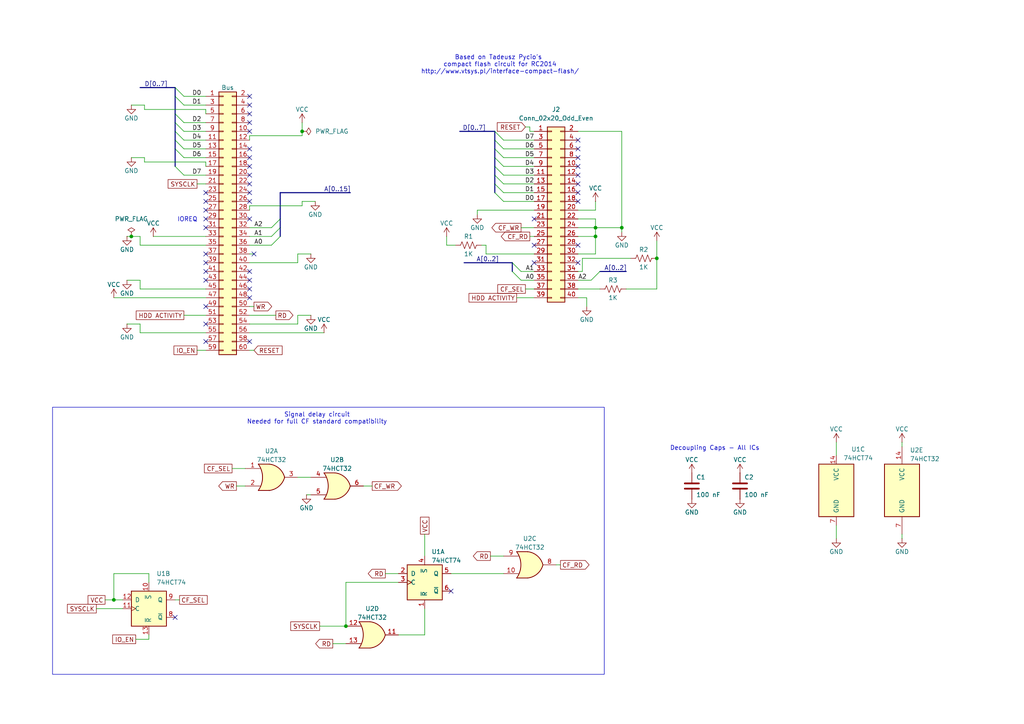
<source format=kicad_sch>
(kicad_sch (version 20231120) (generator "eeschema") (generator_version "8.0")
  (paper "A4")
  (title_block (title "Kludge IDE Card") (rev "1.0"))
  (lib_symbols
    (symbol "74xx:74HC74" (pin_names (offset 1.016))
      (property "Reference" "U" (at -7.62 8.89 0))
      (property "Value" "74HC74" (at -7.62 -8.89 0))
      (symbol "74HC74_1_0"
        (pin input line (at 0 -7.62 90) (length 2.54) (name "~{R}") (number "1"))
        (pin input line (at -7.62 2.54 0) (length 2.54) (name "D") (number "2"))
        (pin input clock (at -7.62 0 0) (length 2.54) (name "C") (number "3"))
        (pin input line (at 0 7.62 270) (length 2.54) (name "~{S}") (number "4"))
        (pin output line (at 7.62 2.54 180) (length 2.54) (name "Q") (number "5"))
        (pin output line (at 7.62 -2.54 180) (length 2.54) (name "~{Q}") (number "6"))
      )
      (symbol "74HC74_1_1"
        (rectangle (start -5.08 5.08) (end 5.08 -5.08) (stroke (width 0.254)) (fill (type background)))
      )
      (symbol "74HC74_2_0"
        (pin input line (at 0 7.62 270) (length 2.54) (name "~{S}") (number "10"))
        (pin input clock (at -7.62 0 0) (length 2.54) (name "C") (number "11"))
        (pin input line (at -7.62 2.54 0) (length 2.54) (name "D") (number "12"))
        (pin input line (at 0 -7.62 90) (length 2.54) (name "~{R}") (number "13"))
        (pin output line (at 7.62 -2.54 180) (length 2.54) (name "~{Q}") (number "8"))
        (pin output line (at 7.62 2.54 180) (length 2.54) (name "Q") (number "9"))
      )
      (symbol "74HC74_2_1"
        (rectangle (start -5.08 5.08) (end 5.08 -5.08) (stroke (width 0.254)) (fill (type background)))
      )
      (symbol "74HC74_3_0"
        (pin power_in line (at 0 10.16 270) (length 2.54) (name "VCC") (number "14"))
        (pin power_in line (at 0 -10.16 90) (length 2.54) (name "GND") (number "7"))
      )
      (symbol "74HC74_3_1"
        (rectangle (start -5.08 7.62) (end 5.08 -7.62) (stroke (width 0.254)) (fill (type background)))
      )
    )
    (symbol "74xx:74LS32" (pin_names (offset 1.016))
      (property "Reference" "U" (at 0 1.27 0))
      (property "Value" "74LS32" (at 0 -1.27 0))
      (symbol "74LS32_1_1"
        (arc (start -3.81 -3.81) (mid -2.589 0) (end -3.81 3.81) (stroke (width 0.254)))
        (arc (start -0.6096 -3.81) (mid 2.1842 -2.5851) (end 3.81 0) (stroke (width 0.254)) (fill (type background)))
        (polyline (pts (xy -3.81 -3.81) (xy -0.635 -3.81)) (stroke (width 0.254)) (fill (type background)))
        (polyline (pts (xy -3.81 3.81) (xy -0.635 3.81)) (stroke (width 0.254)) (fill (type background)))
        (polyline (pts (xy -0.635 3.81) (xy -3.81 3.81) (xy -3.81 3.81) (xy -3.556 3.4036) (xy -3.0226 2.2606) (xy -2.6924 1.0414) (xy -2.6162 -0.254) (xy -2.7686 -1.4986) (xy -3.175 -2.7178) (xy -3.81 -3.81) (xy -3.81 -3.81) (xy -0.635 -3.81)) (stroke (width -25.4)) (fill (type background)))
        (arc (start 3.81 0) (mid 2.1915 2.5936) (end -0.6096 3.81) (stroke (width 0.254)) (fill (type background)))
        (pin input line (at -7.62 2.54 0) (length 4.318) (name "~") (number "1"))
        (pin input line (at -7.62 -2.54 0) (length 4.318) (name "~") (number "2"))
        (pin output line (at 7.62 0 180) (length 3.81) (name "~") (number "3"))
      )
      (symbol "74LS32_1_2"
        (arc (start 0 -3.81) (mid 3.7934 0) (end 0 3.81) (stroke (width 0.254)) (fill (type background)))
        (polyline (pts (xy 0 3.81) (xy -3.81 3.81) (xy -3.81 -3.81) (xy 0 -3.81)) (stroke (width 0.254)) (fill (type background)))
        (pin input inverted (at -7.62 2.54 0) (length 3.81) (name "~") (number "1"))
        (pin input inverted (at -7.62 -2.54 0) (length 3.81) (name "~") (number "2"))
        (pin output inverted (at 7.62 0 180) (length 3.81) (name "~") (number "3"))
      )
      (symbol "74LS32_2_1"
        (arc (start -3.81 -3.81) (mid -2.589 0) (end -3.81 3.81) (stroke (width 0.254)))
        (arc (start -0.6096 -3.81) (mid 2.1842 -2.5851) (end 3.81 0) (stroke (width 0.254)) (fill (type background)))
        (polyline (pts (xy -3.81 -3.81) (xy -0.635 -3.81)) (stroke (width 0.254)) (fill (type background)))
        (polyline (pts (xy -3.81 3.81) (xy -0.635 3.81)) (stroke (width 0.254)) (fill (type background)))
        (polyline (pts (xy -0.635 3.81) (xy -3.81 3.81) (xy -3.81 3.81) (xy -3.556 3.4036) (xy -3.0226 2.2606) (xy -2.6924 1.0414) (xy -2.6162 -0.254) (xy -2.7686 -1.4986) (xy -3.175 -2.7178) (xy -3.81 -3.81) (xy -3.81 -3.81) (xy -0.635 -3.81)) (stroke (width -25.4)) (fill (type background)))
        (arc (start 3.81 0) (mid 2.1915 2.5936) (end -0.6096 3.81) (stroke (width 0.254)) (fill (type background)))
        (pin input line (at -7.62 2.54 0) (length 4.318) (name "~") (number "4"))
        (pin input line (at -7.62 -2.54 0) (length 4.318) (name "~") (number "5"))
        (pin output line (at 7.62 0 180) (length 3.81) (name "~") (number "6"))
      )
      (symbol "74LS32_2_2"
        (arc (start 0 -3.81) (mid 3.7934 0) (end 0 3.81) (stroke (width 0.254)) (fill (type background)))
        (polyline (pts (xy 0 3.81) (xy -3.81 3.81) (xy -3.81 -3.81) (xy 0 -3.81)) (stroke (width 0.254)) (fill (type background)))
        (pin input inverted (at -7.62 2.54 0) (length 3.81) (name "~") (number "4"))
        (pin input inverted (at -7.62 -2.54 0) (length 3.81) (name "~") (number "5"))
        (pin output inverted (at 7.62 0 180) (length 3.81) (name "~") (number "6"))
      )
      (symbol "74LS32_3_1"
        (arc (start -3.81 -3.81) (mid -2.589 0) (end -3.81 3.81) (stroke (width 0.254)))
        (arc (start -0.6096 -3.81) (mid 2.1842 -2.5851) (end 3.81 0) (stroke (width 0.254)) (fill (type background)))
        (polyline (pts (xy -3.81 -3.81) (xy -0.635 -3.81)) (stroke (width 0.254)) (fill (type background)))
        (polyline (pts (xy -3.81 3.81) (xy -0.635 3.81)) (stroke (width 0.254)) (fill (type background)))
        (polyline (pts (xy -0.635 3.81) (xy -3.81 3.81) (xy -3.81 3.81) (xy -3.556 3.4036) (xy -3.0226 2.2606) (xy -2.6924 1.0414) (xy -2.6162 -0.254) (xy -2.7686 -1.4986) (xy -3.175 -2.7178) (xy -3.81 -3.81) (xy -3.81 -3.81) (xy -0.635 -3.81)) (stroke (width -25.4)) (fill (type background)))
        (arc (start 3.81 0) (mid 2.1915 2.5936) (end -0.6096 3.81) (stroke (width 0.254)) (fill (type background)))
        (pin input line (at -7.62 -2.54 0) (length 4.318) (name "~") (number "10"))
        (pin output line (at 7.62 0 180) (length 3.81) (name "~") (number "8"))
        (pin input line (at -7.62 2.54 0) (length 4.318) (name "~") (number "9"))
      )
      (symbol "74LS32_3_2"
        (arc (start 0 -3.81) (mid 3.7934 0) (end 0 3.81) (stroke (width 0.254)) (fill (type background)))
        (polyline (pts (xy 0 3.81) (xy -3.81 3.81) (xy -3.81 -3.81) (xy 0 -3.81)) (stroke (width 0.254)) (fill (type background)))
        (pin input inverted (at -7.62 -2.54 0) (length 3.81) (name "~") (number "10"))
        (pin output inverted (at 7.62 0 180) (length 3.81) (name "~") (number "8"))
        (pin input inverted (at -7.62 2.54 0) (length 3.81) (name "~") (number "9"))
      )
      (symbol "74LS32_4_1"
        (arc (start -3.81 -3.81) (mid -2.589 0) (end -3.81 3.81) (stroke (width 0.254)))
        (arc (start -0.6096 -3.81) (mid 2.1842 -2.5851) (end 3.81 0) (stroke (width 0.254)) (fill (type background)))
        (polyline (pts (xy -3.81 -3.81) (xy -0.635 -3.81)) (stroke (width 0.254)) (fill (type background)))
        (polyline (pts (xy -3.81 3.81) (xy -0.635 3.81)) (stroke (width 0.254)) (fill (type background)))
        (polyline (pts (xy -0.635 3.81) (xy -3.81 3.81) (xy -3.81 3.81) (xy -3.556 3.4036) (xy -3.0226 2.2606) (xy -2.6924 1.0414) (xy -2.6162 -0.254) (xy -2.7686 -1.4986) (xy -3.175 -2.7178) (xy -3.81 -3.81) (xy -3.81 -3.81) (xy -0.635 -3.81)) (stroke (width -25.4)) (fill (type background)))
        (arc (start 3.81 0) (mid 2.1915 2.5936) (end -0.6096 3.81) (stroke (width 0.254)) (fill (type background)))
        (pin output line (at 7.62 0 180) (length 3.81) (name "~") (number "11"))
        (pin input line (at -7.62 2.54 0) (length 4.318) (name "~") (number "12"))
        (pin input line (at -7.62 -2.54 0) (length 4.318) (name "~") (number "13"))
      )
      (symbol "74LS32_4_2"
        (arc (start 0 -3.81) (mid 3.7934 0) (end 0 3.81) (stroke (width 0.254)) (fill (type background)))
        (polyline (pts (xy 0 3.81) (xy -3.81 3.81) (xy -3.81 -3.81) (xy 0 -3.81)) (stroke (width 0.254)) (fill (type background)))
        (pin output inverted (at 7.62 0 180) (length 3.81) (name "~") (number "11"))
        (pin input inverted (at -7.62 2.54 0) (length 3.81) (name "~") (number "12"))
        (pin input inverted (at -7.62 -2.54 0) (length 3.81) (name "~") (number "13"))
      )
      (symbol "74LS32_5_0"
        (pin power_in line (at 0 12.7 270) (length 5.08) (name "VCC") (number "14"))
        (pin power_in line (at 0 -12.7 90) (length 5.08) (name "GND") (number "7"))
      )
      (symbol "74LS32_5_1"
        (rectangle (start -5.08 7.62) (end 5.08 -7.62) (stroke (width 0.254)) (fill (type background)))
      )
    )
    (symbol "Connector_Generic:Conn_02x20_Odd_Even" (pin_names (offset 1.016) hide)
      (property "Reference" "J" (at 1.27 25.4 0))
      (property "Value" "Conn_02x20_Odd_Even" (at 1.27 -27.94 0))
      (symbol "Conn_02x20_Odd_Even_1_1"
        (rectangle (start -1.27 -25.273) (end 0 -25.527) (stroke (width 0.1524)))
        (rectangle (start -1.27 -22.733) (end 0 -22.987) (stroke (width 0.1524)))
        (rectangle (start -1.27 -20.193) (end 0 -20.447) (stroke (width 0.1524)))
        (rectangle (start -1.27 -17.653) (end 0 -17.907) (stroke (width 0.1524)))
        (rectangle (start -1.27 -15.113) (end 0 -15.367) (stroke (width 0.1524)))
        (rectangle (start -1.27 -12.573) (end 0 -12.827) (stroke (width 0.1524)))
        (rectangle (start -1.27 -10.033) (end 0 -10.287) (stroke (width 0.1524)))
        (rectangle (start -1.27 -7.493) (end 0 -7.747) (stroke (width 0.1524)))
        (rectangle (start -1.27 -4.953) (end 0 -5.207) (stroke (width 0.1524)))
        (rectangle (start -1.27 -2.413) (end 0 -2.667) (stroke (width 0.1524)))
        (rectangle (start -1.27 0.127) (end 0 -0.127) (stroke (width 0.1524)))
        (rectangle (start -1.27 2.667) (end 0 2.413) (stroke (width 0.1524)))
        (rectangle (start -1.27 5.207) (end 0 4.953) (stroke (width 0.1524)))
        (rectangle (start -1.27 7.747) (end 0 7.493) (stroke (width 0.1524)))
        (rectangle (start -1.27 10.287) (end 0 10.033) (stroke (width 0.1524)))
        (rectangle (start -1.27 12.827) (end 0 12.573) (stroke (width 0.1524)))
        (rectangle (start -1.27 15.367) (end 0 15.113) (stroke (width 0.1524)))
        (rectangle (start -1.27 17.907) (end 0 17.653) (stroke (width 0.1524)))
        (rectangle (start -1.27 20.447) (end 0 20.193) (stroke (width 0.1524)))
        (rectangle (start -1.27 22.987) (end 0 22.733) (stroke (width 0.1524)))
        (rectangle (start -1.27 24.13) (end 3.81 -26.67) (stroke (width 0.254)) (fill (type background)))
        (rectangle (start 3.81 -25.273) (end 2.54 -25.527) (stroke (width 0.1524)))
        (rectangle (start 3.81 -22.733) (end 2.54 -22.987) (stroke (width 0.1524)))
        (rectangle (start 3.81 -20.193) (end 2.54 -20.447) (stroke (width 0.1524)))
        (rectangle (start 3.81 -17.653) (end 2.54 -17.907) (stroke (width 0.1524)))
        (rectangle (start 3.81 -15.113) (end 2.54 -15.367) (stroke (width 0.1524)))
        (rectangle (start 3.81 -12.573) (end 2.54 -12.827) (stroke (width 0.1524)))
        (rectangle (start 3.81 -10.033) (end 2.54 -10.287) (stroke (width 0.1524)))
        (rectangle (start 3.81 -7.493) (end 2.54 -7.747) (stroke (width 0.1524)))
        (rectangle (start 3.81 -4.953) (end 2.54 -5.207) (stroke (width 0.1524)))
        (rectangle (start 3.81 -2.413) (end 2.54 -2.667) (stroke (width 0.1524)))
        (rectangle (start 3.81 0.127) (end 2.54 -0.127) (stroke (width 0.1524)))
        (rectangle (start 3.81 2.667) (end 2.54 2.413) (stroke (width 0.1524)))
        (rectangle (start 3.81 5.207) (end 2.54 4.953) (stroke (width 0.1524)))
        (rectangle (start 3.81 7.747) (end 2.54 7.493) (stroke (width 0.1524)))
        (rectangle (start 3.81 10.287) (end 2.54 10.033) (stroke (width 0.1524)))
        (rectangle (start 3.81 12.827) (end 2.54 12.573) (stroke (width 0.1524)))
        (rectangle (start 3.81 15.367) (end 2.54 15.113) (stroke (width 0.1524)))
        (rectangle (start 3.81 17.907) (end 2.54 17.653) (stroke (width 0.1524)))
        (rectangle (start 3.81 20.447) (end 2.54 20.193) (stroke (width 0.1524)))
        (rectangle (start 3.81 22.987) (end 2.54 22.733) (stroke (width 0.1524)))
        (pin passive line (at -5.08 22.86 0) (length 3.81) (name "Pin_1") (number "1"))
        (pin passive line (at 7.62 12.7 180) (length 3.81) (name "Pin_10") (number "10"))
        (pin passive line (at -5.08 10.16 0) (length 3.81) (name "Pin_11") (number "11"))
        (pin passive line (at 7.62 10.16 180) (length 3.81) (name "Pin_12") (number "12"))
        (pin passive line (at -5.08 7.62 0) (length 3.81) (name "Pin_13") (number "13"))
        (pin passive line (at 7.62 7.62 180) (length 3.81) (name "Pin_14") (number "14"))
        (pin passive line (at -5.08 5.08 0) (length 3.81) (name "Pin_15") (number "15"))
        (pin passive line (at 7.62 5.08 180) (length 3.81) (name "Pin_16") (number "16"))
        (pin passive line (at -5.08 2.54 0) (length 3.81) (name "Pin_17") (number "17"))
        (pin passive line (at 7.62 2.54 180) (length 3.81) (name "Pin_18") (number "18"))
        (pin passive line (at -5.08 0 0) (length 3.81) (name "Pin_19") (number "19"))
        (pin passive line (at 7.62 22.86 180) (length 3.81) (name "Pin_2") (number "2"))
        (pin passive line (at 7.62 0 180) (length 3.81) (name "Pin_20") (number "20"))
        (pin passive line (at -5.08 -2.54 0) (length 3.81) (name "Pin_21") (number "21"))
        (pin passive line (at 7.62 -2.54 180) (length 3.81) (name "Pin_22") (number "22"))
        (pin passive line (at -5.08 -5.08 0) (length 3.81) (name "Pin_23") (number "23"))
        (pin passive line (at 7.62 -5.08 180) (length 3.81) (name "Pin_24") (number "24"))
        (pin passive line (at -5.08 -7.62 0) (length 3.81) (name "Pin_25") (number "25"))
        (pin passive line (at 7.62 -7.62 180) (length 3.81) (name "Pin_26") (number "26"))
        (pin passive line (at -5.08 -10.16 0) (length 3.81) (name "Pin_27") (number "27"))
        (pin passive line (at 7.62 -10.16 180) (length 3.81) (name "Pin_28") (number "28"))
        (pin passive line (at -5.08 -12.7 0) (length 3.81) (name "Pin_29") (number "29"))
        (pin passive line (at -5.08 20.32 0) (length 3.81) (name "Pin_3") (number "3"))
        (pin passive line (at 7.62 -12.7 180) (length 3.81) (name "Pin_30") (number "30"))
        (pin passive line (at -5.08 -15.24 0) (length 3.81) (name "Pin_31") (number "31"))
        (pin passive line (at 7.62 -15.24 180) (length 3.81) (name "Pin_32") (number "32"))
        (pin passive line (at -5.08 -17.78 0) (length 3.81) (name "Pin_33") (number "33"))
        (pin passive line (at 7.62 -17.78 180) (length 3.81) (name "Pin_34") (number "34"))
        (pin passive line (at -5.08 -20.32 0) (length 3.81) (name "Pin_35") (number "35"))
        (pin passive line (at 7.62 -20.32 180) (length 3.81) (name "Pin_36") (number "36"))
        (pin passive line (at -5.08 -22.86 0) (length 3.81) (name "Pin_37") (number "37"))
        (pin passive line (at 7.62 -22.86 180) (length 3.81) (name "Pin_38") (number "38"))
        (pin passive line (at -5.08 -25.4 0) (length 3.81) (name "Pin_39") (number "39"))
        (pin passive line (at 7.62 20.32 180) (length 3.81) (name "Pin_4") (number "4"))
        (pin passive line (at 7.62 -25.4 180) (length 3.81) (name "Pin_40") (number "40"))
        (pin passive line (at -5.08 17.78 0) (length 3.81) (name "Pin_5") (number "5"))
        (pin passive line (at 7.62 17.78 180) (length 3.81) (name "Pin_6") (number "6"))
        (pin passive line (at -5.08 15.24 0) (length 3.81) (name "Pin_7") (number "7"))
        (pin passive line (at 7.62 15.24 180) (length 3.81) (name "Pin_8") (number "8"))
        (pin passive line (at -5.08 12.7 0) (length 3.81) (name "Pin_9") (number "9"))
      )
    )
    (symbol "Connector_Generic:Conn_02x30_Odd_Even" (pin_names (offset 1.016) hide)
      (property "Reference" "J" (at 1.27 38.1 0))
      (property "Value" "Conn_02x30_Odd_Even" (at 1.27 -40.64 0))
      (symbol "Conn_02x30_Odd_Even_1_1"
        (rectangle (start -1.27 -37.973) (end 0 -38.227) (stroke (width 0.1524)))
        (rectangle (start -1.27 -35.433) (end 0 -35.687) (stroke (width 0.1524)))
        (rectangle (start -1.27 -32.893) (end 0 -33.147) (stroke (width 0.1524)))
        (rectangle (start -1.27 -30.353) (end 0 -30.607) (stroke (width 0.1524)))
        (rectangle (start -1.27 -27.813) (end 0 -28.067) (stroke (width 0.1524)))
        (rectangle (start -1.27 -25.273) (end 0 -25.527) (stroke (width 0.1524)))
        (rectangle (start -1.27 -22.733) (end 0 -22.987) (stroke (width 0.1524)))
        (rectangle (start -1.27 -20.193) (end 0 -20.447) (stroke (width 0.1524)))
        (rectangle (start -1.27 -17.653) (end 0 -17.907) (stroke (width 0.1524)))
        (rectangle (start -1.27 -15.113) (end 0 -15.367) (stroke (width 0.1524)))
        (rectangle (start -1.27 -12.573) (end 0 -12.827) (stroke (width 0.1524)))
        (rectangle (start -1.27 -10.033) (end 0 -10.287) (stroke (width 0.1524)))
        (rectangle (start -1.27 -7.493) (end 0 -7.747) (stroke (width 0.1524)))
        (rectangle (start -1.27 -4.953) (end 0 -5.207) (stroke (width 0.1524)))
        (rectangle (start -1.27 -2.413) (end 0 -2.667) (stroke (width 0.1524)))
        (rectangle (start -1.27 0.127) (end 0 -0.127) (stroke (width 0.1524)))
        (rectangle (start -1.27 2.667) (end 0 2.413) (stroke (width 0.1524)))
        (rectangle (start -1.27 5.207) (end 0 4.953) (stroke (width 0.1524)))
        (rectangle (start -1.27 7.747) (end 0 7.493) (stroke (width 0.1524)))
        (rectangle (start -1.27 10.287) (end 0 10.033) (stroke (width 0.1524)))
        (rectangle (start -1.27 12.827) (end 0 12.573) (stroke (width 0.1524)))
        (rectangle (start -1.27 15.367) (end 0 15.113) (stroke (width 0.1524)))
        (rectangle (start -1.27 17.907) (end 0 17.653) (stroke (width 0.1524)))
        (rectangle (start -1.27 20.447) (end 0 20.193) (stroke (width 0.1524)))
        (rectangle (start -1.27 22.987) (end 0 22.733) (stroke (width 0.1524)))
        (rectangle (start -1.27 25.527) (end 0 25.273) (stroke (width 0.1524)))
        (rectangle (start -1.27 28.067) (end 0 27.813) (stroke (width 0.1524)))
        (rectangle (start -1.27 30.607) (end 0 30.353) (stroke (width 0.1524)))
        (rectangle (start -1.27 33.147) (end 0 32.893) (stroke (width 0.1524)))
        (rectangle (start -1.27 35.687) (end 0 35.433) (stroke (width 0.1524)))
        (rectangle (start -1.27 36.83) (end 3.81 -39.37) (stroke (width 0.254)) (fill (type background)))
        (rectangle (start 3.81 -37.973) (end 2.54 -38.227) (stroke (width 0.1524)))
        (rectangle (start 3.81 -35.433) (end 2.54 -35.687) (stroke (width 0.1524)))
        (rectangle (start 3.81 -32.893) (end 2.54 -33.147) (stroke (width 0.1524)))
        (rectangle (start 3.81 -30.353) (end 2.54 -30.607) (stroke (width 0.1524)))
        (rectangle (start 3.81 -27.813) (end 2.54 -28.067) (stroke (width 0.1524)))
        (rectangle (start 3.81 -25.273) (end 2.54 -25.527) (stroke (width 0.1524)))
        (rectangle (start 3.81 -22.733) (end 2.54 -22.987) (stroke (width 0.1524)))
        (rectangle (start 3.81 -20.193) (end 2.54 -20.447) (stroke (width 0.1524)))
        (rectangle (start 3.81 -17.653) (end 2.54 -17.907) (stroke (width 0.1524)))
        (rectangle (start 3.81 -15.113) (end 2.54 -15.367) (stroke (width 0.1524)))
        (rectangle (start 3.81 -12.573) (end 2.54 -12.827) (stroke (width 0.1524)))
        (rectangle (start 3.81 -10.033) (end 2.54 -10.287) (stroke (width 0.1524)))
        (rectangle (start 3.81 -7.493) (end 2.54 -7.747) (stroke (width 0.1524)))
        (rectangle (start 3.81 -4.953) (end 2.54 -5.207) (stroke (width 0.1524)))
        (rectangle (start 3.81 -2.413) (end 2.54 -2.667) (stroke (width 0.1524)))
        (rectangle (start 3.81 0.127) (end 2.54 -0.127) (stroke (width 0.1524)))
        (rectangle (start 3.81 2.667) (end 2.54 2.413) (stroke (width 0.1524)))
        (rectangle (start 3.81 5.207) (end 2.54 4.953) (stroke (width 0.1524)))
        (rectangle (start 3.81 7.747) (end 2.54 7.493) (stroke (width 0.1524)))
        (rectangle (start 3.81 10.287) (end 2.54 10.033) (stroke (width 0.1524)))
        (rectangle (start 3.81 12.827) (end 2.54 12.573) (stroke (width 0.1524)))
        (rectangle (start 3.81 15.367) (end 2.54 15.113) (stroke (width 0.1524)))
        (rectangle (start 3.81 17.907) (end 2.54 17.653) (stroke (width 0.1524)))
        (rectangle (start 3.81 20.447) (end 2.54 20.193) (stroke (width 0.1524)))
        (rectangle (start 3.81 22.987) (end 2.54 22.733) (stroke (width 0.1524)))
        (rectangle (start 3.81 25.527) (end 2.54 25.273) (stroke (width 0.1524)))
        (rectangle (start 3.81 28.067) (end 2.54 27.813) (stroke (width 0.1524)))
        (rectangle (start 3.81 30.607) (end 2.54 30.353) (stroke (width 0.1524)))
        (rectangle (start 3.81 33.147) (end 2.54 32.893) (stroke (width 0.1524)))
        (rectangle (start 3.81 35.687) (end 2.54 35.433) (stroke (width 0.1524)))
        (pin passive line (at -5.08 35.56 0) (length 3.81) (name "Pin_1") (number "1"))
        (pin passive line (at 7.62 25.4 180) (length 3.81) (name "Pin_10") (number "10"))
        (pin passive line (at -5.08 22.86 0) (length 3.81) (name "Pin_11") (number "11"))
        (pin passive line (at 7.62 22.86 180) (length 3.81) (name "Pin_12") (number "12"))
        (pin passive line (at -5.08 20.32 0) (length 3.81) (name "Pin_13") (number "13"))
        (pin passive line (at 7.62 20.32 180) (length 3.81) (name "Pin_14") (number "14"))
        (pin passive line (at -5.08 17.78 0) (length 3.81) (name "Pin_15") (number "15"))
        (pin passive line (at 7.62 17.78 180) (length 3.81) (name "Pin_16") (number "16"))
        (pin passive line (at -5.08 15.24 0) (length 3.81) (name "Pin_17") (number "17"))
        (pin passive line (at 7.62 15.24 180) (length 3.81) (name "Pin_18") (number "18"))
        (pin passive line (at -5.08 12.7 0) (length 3.81) (name "Pin_19") (number "19"))
        (pin passive line (at 7.62 35.56 180) (length 3.81) (name "Pin_2") (number "2"))
        (pin passive line (at 7.62 12.7 180) (length 3.81) (name "Pin_20") (number "20"))
        (pin passive line (at -5.08 10.16 0) (length 3.81) (name "Pin_21") (number "21"))
        (pin passive line (at 7.62 10.16 180) (length 3.81) (name "Pin_22") (number "22"))
        (pin passive line (at -5.08 7.62 0) (length 3.81) (name "Pin_23") (number "23"))
        (pin passive line (at 7.62 7.62 180) (length 3.81) (name "Pin_24") (number "24"))
        (pin passive line (at -5.08 5.08 0) (length 3.81) (name "Pin_25") (number "25"))
        (pin passive line (at 7.62 5.08 180) (length 3.81) (name "Pin_26") (number "26"))
        (pin passive line (at -5.08 2.54 0) (length 3.81) (name "Pin_27") (number "27"))
        (pin passive line (at 7.62 2.54 180) (length 3.81) (name "Pin_28") (number "28"))
        (pin passive line (at -5.08 0 0) (length 3.81) (name "Pin_29") (number "29"))
        (pin passive line (at -5.08 33.02 0) (length 3.81) (name "Pin_3") (number "3"))
        (pin passive line (at 7.62 0 180) (length 3.81) (name "Pin_30") (number "30"))
        (pin passive line (at -5.08 -2.54 0) (length 3.81) (name "Pin_31") (number "31"))
        (pin passive line (at 7.62 -2.54 180) (length 3.81) (name "Pin_32") (number "32"))
        (pin passive line (at -5.08 -5.08 0) (length 3.81) (name "Pin_33") (number "33"))
        (pin passive line (at 7.62 -5.08 180) (length 3.81) (name "Pin_34") (number "34"))
        (pin passive line (at -5.08 -7.62 0) (length 3.81) (name "Pin_35") (number "35"))
        (pin passive line (at 7.62 -7.62 180) (length 3.81) (name "Pin_36") (number "36"))
        (pin passive line (at -5.08 -10.16 0) (length 3.81) (name "Pin_37") (number "37"))
        (pin passive line (at 7.62 -10.16 180) (length 3.81) (name "Pin_38") (number "38"))
        (pin passive line (at -5.08 -12.7 0) (length 3.81) (name "Pin_39") (number "39"))
        (pin passive line (at 7.62 33.02 180) (length 3.81) (name "Pin_4") (number "4"))
        (pin passive line (at 7.62 -12.7 180) (length 3.81) (name "Pin_40") (number "40"))
        (pin passive line (at -5.08 -15.24 0) (length 3.81) (name "Pin_41") (number "41"))
        (pin passive line (at 7.62 -15.24 180) (length 3.81) (name "Pin_42") (number "42"))
        (pin passive line (at -5.08 -17.78 0) (length 3.81) (name "Pin_43") (number "43"))
        (pin passive line (at 7.62 -17.78 180) (length 3.81) (name "Pin_44") (number "44"))
        (pin passive line (at -5.08 -20.32 0) (length 3.81) (name "Pin_45") (number "45"))
        (pin passive line (at 7.62 -20.32 180) (length 3.81) (name "Pin_46") (number "46"))
        (pin passive line (at -5.08 -22.86 0) (length 3.81) (name "Pin_47") (number "47"))
        (pin passive line (at 7.62 -22.86 180) (length 3.81) (name "Pin_48") (number "48"))
        (pin passive line (at -5.08 -25.4 0) (length 3.81) (name "Pin_49") (number "49"))
        (pin passive line (at -5.08 30.48 0) (length 3.81) (name "Pin_5") (number "5"))
        (pin passive line (at 7.62 -25.4 180) (length 3.81) (name "Pin_50") (number "50"))
        (pin passive line (at -5.08 -27.94 0) (length 3.81) (name "Pin_51") (number "51"))
        (pin passive line (at 7.62 -27.94 180) (length 3.81) (name "Pin_52") (number "52"))
        (pin passive line (at -5.08 -30.48 0) (length 3.81) (name "Pin_53") (number "53"))
        (pin passive line (at 7.62 -30.48 180) (length 3.81) (name "Pin_54") (number "54"))
        (pin passive line (at -5.08 -33.02 0) (length 3.81) (name "Pin_55") (number "55"))
        (pin passive line (at 7.62 -33.02 180) (length 3.81) (name "Pin_56") (number "56"))
        (pin passive line (at -5.08 -35.56 0) (length 3.81) (name "Pin_57") (number "57"))
        (pin passive line (at 7.62 -35.56 180) (length 3.81) (name "Pin_58") (number "58"))
        (pin passive line (at -5.08 -38.1 0) (length 3.81) (name "Pin_59") (number "59"))
        (pin passive line (at 7.62 30.48 180) (length 3.81) (name "Pin_6") (number "6"))
        (pin passive line (at 7.62 -38.1 180) (length 3.81) (name "Pin_60") (number "60"))
        (pin passive line (at -5.08 27.94 0) (length 3.81) (name "Pin_7") (number "7"))
        (pin passive line (at 7.62 27.94 180) (length 3.81) (name "Pin_8") (number "8"))
        (pin passive line (at -5.08 25.4 0) (length 3.81) (name "Pin_9") (number "9"))
      )
    )
    (symbol "Device:C" (pin_numbers hide) (pin_names (offset 0.254))
      (property "Reference" "C" (at 0.635 2.54 0))
      (property "Value" "C" (at 0.635 -2.54 0))
      (symbol "C_0_1"
        (polyline (pts (xy -2.032 -0.762) (xy 2.032 -0.762)) (stroke (width 0.508)))
        (polyline (pts (xy -2.032 0.762) (xy 2.032 0.762)) (stroke (width 0.508)))
      )
      (symbol "C_1_1"
        (pin passive line (at 0 3.81 270) (length 2.794) (name "~") (number "1"))
        (pin passive line (at 0 -3.81 90) (length 2.794) (name "~") (number "2"))
      )
    )
    (symbol "Device:R_US" (pin_numbers hide) (pin_names (offset 0))
      (property "Reference" "R" (at 2.54 0 90))
      (property "Value" "R_US" (at -2.54 0 90))
      (symbol "R_US_0_1"
        (polyline (pts (xy 0 -2.286) (xy 0 -2.54)))
        (polyline (pts (xy 0 2.286) (xy 0 2.54)))
        (polyline (pts (xy 0 -0.762) (xy 1.016 -1.143) (xy 0 -1.524) (xy -1.016 -1.905) (xy 0 -2.286)))
        (polyline (pts (xy 0 0.762) (xy 1.016 0.381) (xy 0 0) (xy -1.016 -0.381) (xy 0 -0.762)))
        (polyline (pts (xy 0 2.286) (xy 1.016 1.905) (xy 0 1.524) (xy -1.016 1.143) (xy 0 0.762)))
      )
      (symbol "R_US_1_1"
        (pin passive line (at 0 3.81 270) (length 1.27) (name "~") (number "1"))
        (pin passive line (at 0 -3.81 90) (length 1.27) (name "~") (number "2"))
      )
    )
    (symbol "GND_7" (power) (pin_numbers hide) (pin_names (offset 0) hide)
      (property "Value" "GND" (at 0 -3.81 0))
      (symbol "GND_7_0_1"
        (polyline (pts (xy 0 0) (xy 0 -1.27) (xy 1.27 -1.27) (xy 0 -2.54) (xy -1.27 -1.27) (xy 0 -1.27)))
      )
      (symbol "GND_7_1_1"
        (pin power_in line (at 0 0 270) (length 0) (name "~") (number "1"))
      )
    )
    (symbol "VCC_7" (power) (pin_numbers hide) (pin_names (offset 0) hide)
      (property "Value" "VCC" (at 0 3.556 0))
      (symbol "VCC_7_0_1"
        (polyline (pts (xy -0.762 1.27) (xy 0 2.54)))
        (polyline (pts (xy 0 0) (xy 0 2.54)))
        (polyline (pts (xy 0 2.54) (xy 0.762 1.27)))
      )
      (symbol "VCC_7_1_1"
        (pin power_in line (at 0 0 90) (length 0) (name "~") (number "1"))
      )
    )
    (symbol "power:GND" (power) (pin_numbers hide) (pin_names (offset 0) hide)
      (property "Value" "GND" (at 0 -3.81 0))
      (symbol "GND_0_1"
        (polyline (pts (xy 0 0) (xy 0 -1.27) (xy 1.27 -1.27) (xy 0 -2.54) (xy -1.27 -1.27) (xy 0 -1.27)))
      )
      (symbol "GND_1_1"
        (pin power_in line (at 0 0 270) (length 0) (name "~") (number "1"))
      )
    )
    (symbol "power:PWR_FLAG" (power) (pin_numbers hide) (pin_names (offset 0) hide)
      (property "Value" "PWR_FLAG" (at 0 3.81 0))
      (symbol "PWR_FLAG_0_0"
        (pin power_out line (at 0 0 90) (length 0) (name "~") (number "1"))
      )
      (symbol "PWR_FLAG_0_1"
        (polyline (pts (xy 0 0) (xy 0 1.27) (xy -1.016 1.905) (xy 0 2.54) (xy 1.016 1.905) (xy 0 1.27)))
      )
    )
    (symbol "power:VCC" (power) (pin_numbers hide) (pin_names (offset 0) hide)
      (property "Value" "VCC" (at 0 3.556 0))
      (symbol "VCC_0_1"
        (polyline (pts (xy -0.762 1.27) (xy 0 2.54)))
        (polyline (pts (xy 0 0) (xy 0 2.54)))
        (polyline (pts (xy 0 2.54) (xy 0.762 1.27)))
      )
      (symbol "VCC_1_1"
        (pin power_in line (at 0 0 90) (length 0) (name "~") (number "1"))
      )
    )
  )
  (junction (at 33.02 173.99))
  (junction (at 172.72 66.04))
  (junction (at 87.63 38.1))
  (junction (at 100.33 181.61))
  (junction (at 172.72 68.58))
  (junction (at 38.1 68.58))
  (junction (at 180.34 66.04))
  (junction (at 190.5 74.93))
  (no_connect (at 59.69 60.96))
  (no_connect (at 59.69 55.88))
  (no_connect (at 167.64 76.2))
  (no_connect (at 73.66 73.66))
  (no_connect (at 167.64 40.64))
  (no_connect (at 59.69 99.06))
  (no_connect (at 167.64 50.8))
  (no_connect (at 59.69 81.28))
  (no_connect (at 72.39 53.34))
  (no_connect (at 130.81 171.45))
  (no_connect (at 59.69 93.98))
  (no_connect (at 72.39 78.74))
  (no_connect (at 72.39 99.06))
  (no_connect (at 167.64 43.18))
  (no_connect (at 72.39 83.82))
  (no_connect (at 72.39 27.94))
  (no_connect (at 59.69 78.74))
  (no_connect (at 154.94 71.12))
  (no_connect (at 72.39 45.72))
  (no_connect (at 59.69 58.42))
  (no_connect (at 167.64 58.42))
  (no_connect (at 72.39 35.56))
  (no_connect (at 59.69 66.04))
  (no_connect (at 50.8 179.07))
  (no_connect (at 72.39 48.26))
  (no_connect (at 59.69 88.9))
  (no_connect (at 72.39 86.36))
  (no_connect (at 167.64 48.26))
  (no_connect (at 72.39 50.8))
  (no_connect (at 167.64 71.12))
  (no_connect (at 72.39 38.1))
  (no_connect (at 167.64 45.72))
  (no_connect (at 72.39 55.88))
  (no_connect (at 72.39 43.18))
  (no_connect (at 72.39 30.48))
  (no_connect (at 59.69 63.5))
  (no_connect (at 167.64 53.34))
  (no_connect (at 72.39 63.5))
  (no_connect (at 59.69 76.2))
  (no_connect (at 154.94 63.5))
  (no_connect (at 72.39 33.02))
  (no_connect (at 72.39 58.42))
  (no_connect (at 72.39 81.28))
  (no_connect (at 167.64 55.88))
  (no_connect (at 59.69 73.66))
  (no_connect (at 154.94 76.2))
  (bus_entry (at 151.13 81.28) (size -2.54 -2.54))
  (bus_entry (at 50.8 27.94) (size 2.54 2.54))
  (bus_entry (at 78.74 71.12) (size 2.54 -2.54))
  (bus_entry (at 50.8 25.4) (size 2.54 2.54))
  (bus_entry (at 50.8 33.02) (size 2.54 2.54))
  (bus_entry (at 50.8 43.18) (size 2.54 2.54))
  (bus_entry (at 50.8 48.26) (size 2.54 2.54))
  (bus_entry (at 78.74 68.58) (size 2.54 -2.54))
  (bus_entry (at 143.51 45.72) (size 2.54 2.54))
  (bus_entry (at 50.8 38.1) (size 2.54 2.54))
  (bus_entry (at 143.51 55.88) (size 2.54 2.54))
  (bus_entry (at 50.8 40.64) (size 2.54 2.54))
  (bus_entry (at 143.51 48.26) (size 2.54 2.54))
  (bus_entry (at 143.51 38.1) (size 2.54 2.54))
  (bus_entry (at 143.51 53.34) (size 2.54 2.54))
  (bus_entry (at 143.51 43.18) (size 2.54 2.54))
  (bus_entry (at 50.8 35.56) (size 2.54 2.54))
  (bus_entry (at 171.45 81.28) (size 2.54 -2.54))
  (bus_entry (at 143.51 50.8) (size 2.54 2.54))
  (bus_entry (at 78.74 66.04) (size 2.54 -2.54))
  (bus_entry (at 143.51 40.64) (size 2.54 2.54))
  (bus_entry (at 151.13 78.74) (size -2.54 -2.54))
  (wire (pts (xy 170.18 86.36) (xy 170.18 88.9)))
  (wire (pts (xy 33.02 86.36) (xy 59.69 86.36)))
  (wire (pts (xy 100.33 168.91) (xy 115.57 168.91)))
  (wire (pts (xy 167.64 63.5) (xy 172.72 63.5)))
  (wire (pts (xy 180.34 38.1) (xy 180.34 66.04)))
  (wire (pts (xy 72.39 101.6) (xy 73.66 101.6)))
  (wire (pts (xy 35.56 173.99) (xy 33.02 173.99)))
  (wire (pts (xy 59.69 33.02) (xy 59.69 31.75)))
  (wire (pts (xy 78.74 66.04) (xy 72.39 66.04)))
  (wire (pts (xy 168.91 74.93) (xy 168.91 78.74)))
  (wire (pts (xy 154.94 43.18) (xy 146.05 43.18)))
  (wire (pts (xy 52.07 173.99) (xy 50.8 173.99)))
  (wire (pts (xy 149.86 86.36) (xy 154.94 86.36)))
  (wire (pts (xy 72.39 91.44) (xy 80.01 91.44)))
  (wire (pts (xy 78.74 68.58) (xy 72.39 68.58)))
  (wire (pts (xy 72.39 40.64) (xy 72.39 39.37)))
  (wire (pts (xy 153.67 68.58) (xy 154.94 68.58)))
  (wire (pts (xy 172.72 73.66) (xy 172.72 68.58)))
  (wire (pts (xy 41.91 30.48) (xy 38.1 30.48)))
  (wire (pts (xy 59.69 50.8) (xy 53.34 50.8)))
  (wire (pts (xy 72.39 76.2) (xy 86.36 76.2)))
  (bus (pts (xy 143.51 45.72) (xy 143.51 43.18)))
  (wire (pts (xy 67.31 135.89) (xy 71.12 135.89)))
  (wire (pts (xy 154.94 78.74) (xy 151.13 78.74)))
  (bus (pts (xy 50.8 40.64) (xy 50.8 43.18)))
  (wire (pts (xy 72.39 93.98) (xy 86.36 93.98)))
  (wire (pts (xy 43.18 185.42) (xy 43.18 184.15)))
  (bus (pts (xy 173.99 78.74) (xy 181.61 78.74)))
  (wire (pts (xy 123.19 154.94) (xy 123.19 161.29)))
  (bus (pts (xy 143.51 43.18) (xy 143.51 40.64)))
  (wire (pts (xy 172.72 63.5) (xy 172.72 66.04)))
  (wire (pts (xy 72.39 96.52) (xy 93.98 96.52)))
  (wire (pts (xy 59.69 40.64) (xy 53.34 40.64)))
  (wire (pts (xy 59.69 45.72) (xy 53.34 45.72)))
  (wire (pts (xy 59.69 35.56) (xy 53.34 35.56)))
  (wire (pts (xy 40.64 96.52) (xy 40.64 93.98)))
  (wire (pts (xy 59.69 31.75) (xy 41.91 31.75)))
  (wire (pts (xy 152.4 83.82) (xy 154.94 83.82)))
  (wire (pts (xy 130.81 166.37) (xy 146.05 166.37)))
  (wire (pts (xy 153.67 36.83) (xy 153.67 38.1)))
  (wire (pts (xy 92.71 181.61) (xy 100.33 181.61)))
  (wire (pts (xy 261.62 128.27) (xy 261.62 129.54)))
  (wire (pts (xy 151.13 66.04) (xy 154.94 66.04)))
  (wire (pts (xy 180.34 66.04) (xy 180.34 67.31)))
  (wire (pts (xy 242.57 128.27) (xy 242.57 132.08)))
  (wire (pts (xy 167.64 81.28) (xy 171.45 81.28)))
  (wire (pts (xy 172.72 68.58) (xy 172.72 66.04)))
  (wire (pts (xy 167.64 78.74) (xy 168.91 78.74)))
  (wire (pts (xy 40.64 68.58) (xy 38.1 68.58)))
  (wire (pts (xy 172.72 60.96) (xy 172.72 58.42)))
  (wire (pts (xy 41.91 45.72) (xy 38.1 45.72)))
  (wire (pts (xy 41.91 46.99) (xy 41.91 45.72)))
  (wire (pts (xy 154.94 48.26) (xy 146.05 48.26)))
  (wire (pts (xy 72.39 39.37) (xy 87.63 39.37)))
  (bus (pts (xy 50.8 25.4) (xy 50.8 27.94)))
  (bus (pts (xy 81.28 55.88) (xy 81.28 63.5)))
  (wire (pts (xy 59.69 48.26) (xy 59.69 46.99)))
  (wire (pts (xy 167.64 68.58) (xy 172.72 68.58)))
  (wire (pts (xy 59.69 43.18) (xy 53.34 43.18)))
  (wire (pts (xy 40.64 96.52) (xy 59.69 96.52)))
  (wire (pts (xy 167.64 73.66) (xy 172.72 73.66)))
  (wire (pts (xy 242.57 152.4) (xy 242.57 156.21)))
  (wire (pts (xy 40.64 81.28) (xy 36.83 81.28)))
  (wire (pts (xy 154.94 40.64) (xy 146.05 40.64)))
  (wire (pts (xy 100.33 181.61) (xy 100.33 168.91)))
  (wire (pts (xy 100.33 186.69) (xy 96.52 186.69)))
  (wire (pts (xy 71.12 140.97) (xy 68.58 140.97)))
  (wire (pts (xy 146.05 161.29) (xy 142.24 161.29)))
  (bus (pts (xy 143.51 53.34) (xy 143.51 55.88)))
  (wire (pts (xy 140.97 73.66) (xy 154.94 73.66)))
  (wire (pts (xy 40.64 71.12) (xy 40.64 68.58)))
  (wire (pts (xy 53.34 91.44) (xy 59.69 91.44)))
  (wire (pts (xy 138.43 60.96) (xy 154.94 60.96)))
  (wire (pts (xy 57.15 101.6) (xy 59.69 101.6)))
  (wire (pts (xy 73.66 88.9) (xy 72.39 88.9)))
  (wire (pts (xy 261.62 154.94) (xy 261.62 156.21)))
  (wire (pts (xy 139.7 71.12) (xy 140.97 71.12)))
  (wire (pts (xy 72.39 73.66) (xy 73.66 73.66)))
  (wire (pts (xy 87.63 38.1) (xy 87.63 35.56)))
  (wire (pts (xy 167.64 66.04) (xy 172.72 66.04)))
  (wire (pts (xy 129.54 71.12) (xy 132.08 71.12)))
  (wire (pts (xy 78.74 71.12) (xy 72.39 71.12)))
  (wire (pts (xy 86.36 138.43) (xy 90.17 138.43)))
  (wire (pts (xy 38.1 68.58) (xy 36.83 68.58)))
  (wire (pts (xy 154.94 58.42) (xy 146.05 58.42)))
  (bus (pts (xy 81.28 66.04) (xy 81.28 63.5)))
  (wire (pts (xy 167.64 86.36) (xy 170.18 86.36)))
  (wire (pts (xy 167.64 38.1) (xy 180.34 38.1)))
  (bus (pts (xy 143.51 48.26) (xy 143.51 45.72)))
  (wire (pts (xy 153.67 38.1) (xy 154.94 38.1)))
  (bus (pts (xy 50.8 33.02) (xy 50.8 35.56)))
  (bus (pts (xy 50.8 43.18) (xy 50.8 48.26)))
  (wire (pts (xy 86.36 73.66) (xy 90.17 73.66)))
  (wire (pts (xy 59.69 38.1) (xy 53.34 38.1)))
  (wire (pts (xy 129.54 68.58) (xy 129.54 71.12)))
  (wire (pts (xy 86.36 91.44) (xy 90.17 91.44)))
  (bus (pts (xy 148.59 76.2) (xy 148.59 78.74)))
  (bus (pts (xy 40.64 25.4) (xy 50.8 25.4)))
  (wire (pts (xy 53.34 30.48) (xy 59.69 30.48)))
  (wire (pts (xy 72.39 59.69) (xy 87.63 59.69)))
  (wire (pts (xy 40.64 71.12) (xy 59.69 71.12)))
  (bus (pts (xy 81.28 68.58) (xy 81.28 66.04)))
  (wire (pts (xy 44.45 68.58) (xy 59.69 68.58)))
  (wire (pts (xy 87.63 39.37) (xy 87.63 38.1)))
  (wire (pts (xy 53.34 27.94) (xy 59.69 27.94)))
  (wire (pts (xy 154.94 81.28) (xy 151.13 81.28)))
  (wire (pts (xy 39.37 185.42) (xy 43.18 185.42)))
  (wire (pts (xy 154.94 53.34) (xy 146.05 53.34)))
  (wire (pts (xy 167.64 83.82) (xy 173.99 83.82)))
  (wire (pts (xy 154.94 45.72) (xy 146.05 45.72)))
  (wire (pts (xy 59.69 46.99) (xy 41.91 46.99)))
  (bus (pts (xy 50.8 35.56) (xy 50.8 38.1)))
  (wire (pts (xy 86.36 76.2) (xy 86.36 73.66)))
  (wire (pts (xy 30.48 173.99) (xy 33.02 173.99)))
  (bus (pts (xy 143.51 38.1) (xy 143.51 40.64)))
  (wire (pts (xy 33.02 173.99) (xy 33.02 166.37)))
  (wire (pts (xy 107.95 140.97) (xy 105.41 140.97)))
  (wire (pts (xy 154.94 50.8) (xy 146.05 50.8)))
  (wire (pts (xy 41.91 31.75) (xy 41.91 30.48)))
  (wire (pts (xy 87.63 58.42) (xy 91.44 58.42)))
  (wire (pts (xy 40.64 83.82) (xy 59.69 83.82)))
  (wire (pts (xy 190.5 83.82) (xy 190.5 74.93)))
  (wire (pts (xy 43.18 166.37) (xy 43.18 168.91)))
  (wire (pts (xy 181.61 83.82) (xy 190.5 83.82)))
  (wire (pts (xy 27.94 176.53) (xy 35.56 176.53)))
  (wire (pts (xy 140.97 71.12) (xy 140.97 73.66)))
  (wire (pts (xy 138.43 62.23) (xy 138.43 60.96)))
  (wire (pts (xy 168.91 74.93) (xy 182.88 74.93)))
  (wire (pts (xy 123.19 176.53) (xy 123.19 184.15)))
  (wire (pts (xy 72.39 60.96) (xy 72.39 59.69)))
  (bus (pts (xy 143.51 48.26) (xy 143.51 50.8)))
  (bus (pts (xy 148.59 76.2) (xy 134.62 76.2)))
  (bus (pts (xy 143.51 50.8) (xy 143.51 53.34)))
  (wire (pts (xy 57.15 53.34) (xy 59.69 53.34)))
  (wire (pts (xy 167.64 60.96) (xy 172.72 60.96)))
  (bus (pts (xy 143.51 38.1) (xy 133.35 38.1)))
  (wire (pts (xy 190.5 69.85) (xy 190.5 74.93)))
  (wire (pts (xy 123.19 184.15) (xy 115.57 184.15)))
  (wire (pts (xy 40.64 93.98) (xy 36.83 93.98)))
  (wire (pts (xy 162.56 163.83) (xy 161.29 163.83)))
  (wire (pts (xy 40.64 83.82) (xy 40.64 81.28)))
  (wire (pts (xy 152.4 36.83) (xy 153.67 36.83)))
  (wire (pts (xy 87.63 59.69) (xy 87.63 58.42)))
  (bus (pts (xy 50.8 38.1) (xy 50.8 40.64)))
  (bus (pts (xy 81.28 55.88) (xy 101.6 55.88)))
  (wire (pts (xy 172.72 66.04) (xy 180.34 66.04)))
  (wire (pts (xy 154.94 55.88) (xy 146.05 55.88)))
  (wire (pts (xy 33.02 166.37) (xy 43.18 166.37)))
  (wire (pts (xy 88.9 143.51) (xy 90.17 143.51)))
  (wire (pts (xy 86.36 93.98) (xy 86.36 91.44)))
  (bus (pts (xy 50.8 27.94) (xy 50.8 33.02)))
  (wire (pts (xy 115.57 166.37) (xy 111.76 166.37)))
  (rectangle (start 15.24 118.11) (end 175.26 195.58))
  (text "IOREQ" (at 54.356 63.754 0) (effects (font (size 1.27 1.27))))
  (text "Signal delay circuit\nNeeded for full CF standard compatibility" (at 91.948 121.412 0) (effects (font (size 1.27 1.27))))
  (text "Decoupling Caps - All ICs" (at 194.31 130.81 0) (effects (font (size 1.27 1.27)) (justify left bottom)))
  (text "Based on Tadeusz Pycio's \ncompact flash circuit for RC2014\nhttp://www.vtsys.pl/interface-compact-flash/" (at 145.034 18.796 0) (effects (font (size 1.27 1.27))))
  (label "D2" (at 154.94 53.34 180))
  (label "D0" (at 154.94 58.42 180))
  (label "D7" (at 58.42 50.8 180))
  (label "D5" (at 58.42 43.18 180))
  (label "D3" (at 154.94 50.8 180))
  (label "D3" (at 58.42 38.1 180))
  (label "A[0..2]" (at 175.26 78.74 0))
  (label "D[0..7]" (at 41.91 25.4 0))
  (label "A0" (at 76.2 71.12 180))
  (label "D4" (at 154.94 48.26 180))
  (label "A0" (at 154.94 81.28 180))
  (label "D1" (at 58.42 30.48 180))
  (label "A[0..15]" (at 93.98 55.88 0))
  (label "D0" (at 58.42 27.94 180))
  (label "A1" (at 76.2 68.58 180))
  (label "A[0..2]" (at 144.78 76.2 180))
  (label "D7" (at 154.94 40.64 180))
  (label "D5" (at 154.94 45.72 180))
  (label "D[0..7]" (at 140.97 38.1 180))
  (label "A2" (at 170.18 81.28 180))
  (label "D6" (at 58.42 45.72 180))
  (label "D1" (at 154.94 55.88 180))
  (label "A2" (at 76.2 66.04 180))
  (label "D2" (at 58.42 35.56 180))
  (label "A1" (at 154.94 78.74 180))
  (label "D6" (at 154.94 43.18 180))
  (label "D4" (at 58.42 40.64 180))
  (global_label "IO_EN" (shape passive) (at 57.15 101.6 180) (property "Intersheetrefs" "${INTERSHEET_REFS}" (effects (hide yes))))
  (global_label "VCC" (shape passive) (at 123.19 154.94 90) (property "Intersheetrefs" "${INTERSHEET_REFS}" (effects (hide yes))))
  (global_label "VCC" (shape passive) (at 30.48 173.99 180) (property "Intersheetrefs" "${INTERSHEET_REFS}" (effects (hide yes))))
  (global_label "RD" (shape output) (at 111.76 166.37 180) (property "Intersheetrefs" "${INTERSHEET_REFS}" (effects (hide yes))))
  (global_label "RD" (shape output) (at 96.52 186.69 180) (property "Intersheetrefs" "${INTERSHEET_REFS}" (effects (hide yes))))
  (global_label "WR" (shape output) (at 73.66 88.9 0) (property "Intersheetrefs" "${INTERSHEET_REFS}" (effects (hide yes))))
  (global_label "IO_EN" (shape passive) (at 39.37 185.42 180) (property "Intersheetrefs" "${INTERSHEET_REFS}" (effects (hide yes))))
  (global_label "RD" (shape output) (at 142.24 161.29 180) (property "Intersheetrefs" "${INTERSHEET_REFS}" (effects (hide yes))))
  (global_label "RD" (shape output) (at 80.01 91.44 0) (property "Intersheetrefs" "${INTERSHEET_REFS}" (effects (hide yes))))
  (global_label "WR" (shape output) (at 68.58 140.97 180) (property "Intersheetrefs" "${INTERSHEET_REFS}" (effects (hide yes))))
  (global_label "SYSCLK" (shape passive) (at 57.15 53.34 180) (property "Intersheetrefs" "${INTERSHEET_REFS}" (effects (hide yes))))
  (global_label "RESET" (shape input) (at 152.4 36.83 180) (property "Intersheetrefs" "${INTERSHEET_REFS}" (effects (hide yes))))
  (global_label "CF_SEL" (shape passive) (at 52.07 173.99 0) (property "Intersheetrefs" "${INTERSHEET_REFS}" (effects (hide yes))))
  (global_label "CF_WR" (shape output) (at 107.95 140.97 0) (property "Intersheetrefs" "${INTERSHEET_REFS}" (effects (hide yes))))
  (global_label "CF_WR" (shape output) (at 151.13 66.04 180) (property "Intersheetrefs" "${INTERSHEET_REFS}" (effects (hide yes))))
  (global_label "CF_SEL" (shape passive) (at 67.31 135.89 180) (property "Intersheetrefs" "${INTERSHEET_REFS}" (effects (hide yes))))
  (global_label "RESET" (shape input) (at 73.66 101.6 0) (property "Intersheetrefs" "${INTERSHEET_REFS}" (effects (hide yes))))
  (global_label "CF_RD" (shape output) (at 153.67 68.58 180) (property "Intersheetrefs" "${INTERSHEET_REFS}" (effects (hide yes))))
  (global_label "CF_RD" (shape output) (at 162.56 163.83 0) (property "Intersheetrefs" "${INTERSHEET_REFS}" (effects (hide yes))))
  (global_label "SYSCLK" (shape passive) (at 92.71 181.61 180) (property "Intersheetrefs" "${INTERSHEET_REFS}" (effects (hide yes))))
  (global_label "SYSCLK" (shape passive) (at 27.94 176.53 180) (property "Intersheetrefs" "${INTERSHEET_REFS}" (effects (hide yes))))
  (global_label "HDD ACTIVITY" (shape passive) (at 149.86 86.36 180) (property "Intersheetrefs" "${INTERSHEET_REFS}" (effects (hide yes))))
  (global_label "CF_SEL" (shape passive) (at 152.4 83.82 180) (property "Intersheetrefs" "${INTERSHEET_REFS}" (effects (hide yes))))
  (global_label "HDD ACTIVITY" (shape passive) (at 53.34 91.44 180) (property "Intersheetrefs" "${INTERSHEET_REFS}" (effects (hide yes))))
  (symbol (lib_id "74xx:74LS32") (at 97.79 140.97 0) (unit 2)
    (property "Reference" "U2" (at 97.79 133.35 0))
    (property "Value" "74HCT32" (at 97.79 135.89 0))
    (property "Footprint" "Package_DIP:DIP-14_W7.62mm" (effects (hide yes)))
    (property "Datasheet" "http://www.ti.com/lit/gpn/sn74LS32" (effects (hide yes)))
  )
  (symbol (lib_id "Device:R_US") (at 135.89 71.12 90) (unit 1)
    (property "Reference" "R1" (at 135.89 68.58 90))
    (property "Value" "1K" (at 135.89 73.66 90))
    (property "Footprint" "Resistor_THT:R_Axial_DIN0207_L6.3mm_D2.5mm_P10.16mm_Horizontal" (effects (hide yes)))
  )
  (symbol (lib_id "power:VCC") (at 214.63 137.16 0) (unit 1)
    (property "Reference" "#PWR03" (effects (hide yes)))
    (property "Value" "VCC" (at 214.63 133.35 0))
    (property "Description" "Power symbol creates a global label with name \"VCC\"" (effects (hide yes)))
  )
  (symbol (lib_id "Device:C") (at 200.66 140.97 0) (unit 1)
    (property "Reference" "C1" (at 201.93 138.43 0) (effects (justify left)))
    (property "Value" "100 nF" (at 201.93 143.51 0) (effects (justify left)))
    (property "Footprint" "Z80 Parts:C_Disc_D3.0mm_W1.6mm_P2.54mm" (effects (hide yes)))
    (property "Description" "Unpolarized capacitor" (effects (hide yes)))
  )
  (symbol (lib_id "74xx:74LS32") (at 261.62 142.24 0) (unit 5)
    (property "Reference" "U2" (at 263.906 130.556 0) (effects (justify left)))
    (property "Value" "74HCT32" (at 263.906 133.096 0) (effects (justify left)))
    (property "Footprint" "Package_DIP:DIP-14_W7.62mm" (effects (hide yes)))
    (property "Datasheet" "http://www.ti.com/lit/gpn/sn74LS32" (effects (hide yes)))
  )
  (symbol (lib_id "Device:R_US") (at 177.8 83.82 90) (unit 1)
    (property "Reference" "R3" (at 177.8 81.28 90))
    (property "Value" "1K" (at 177.8 86.36 90))
    (property "Footprint" "Resistor_THT:R_Axial_DIN0207_L6.3mm_D2.5mm_P10.16mm_Horizontal" (effects (hide yes)))
  )
  (symbol (lib_id "74xx:74LS32") (at 107.95 184.15 0) (unit 4)
    (property "Reference" "U2" (at 107.95 176.53 0))
    (property "Value" "74HCT32" (at 107.95 179.07 0))
    (property "Footprint" "Package_DIP:DIP-14_W7.62mm" (effects (hide yes)))
    (property "Datasheet" "http://www.ti.com/lit/gpn/sn74LS32" (effects (hide yes)))
  )
  (symbol (lib_name "GND_7") (lib_id "power:GND") (at 36.83 93.98 0) (unit 1)
    (property "Reference" "#PWR09" (effects (hide yes)))
    (property "Value" "GND" (at 36.83 97.79 0))
    (property "Description" "Power symbol creates a global label with name \"GND\" , ground" (effects (hide yes)))
  )
  (symbol (lib_id "74xx:74LS32") (at 78.74 138.43 0) (unit 1)
    (property "Reference" "U2" (at 78.74 130.81 0))
    (property "Value" "74HCT32" (at 78.74 133.35 0))
    (property "Footprint" "Package_DIP:DIP-14_W7.62mm" (effects (hide yes)))
    (property "Datasheet" "http://www.ti.com/lit/gpn/sn74LS32" (effects (hide yes)))
  )
  (symbol (lib_id "power:PWR_FLAG") (at 38.1 68.58 0) (unit 1)
    (property "Reference" "#FLG01" (effects (hide yes)))
    (property "Value" "PWR_FLAG" (at 38.1 63.5 0))
    (property "Description" "Special symbol for telling ERC where power comes from" (effects (hide yes)))
  )
  (symbol (lib_id "power:GND") (at 200.66 144.78 0) (unit 1)
    (property "Reference" "#PWR02" (effects (hide yes)))
    (property "Value" "GND" (at 200.66 148.59 0))
    (property "Description" "Power symbol creates a global label with name \"GND\" , ground" (effects (hide yes)))
  )
  (symbol (lib_name "VCC_7") (lib_id "power:VCC") (at 44.45 68.58 0) (unit 1)
    (property "Reference" "#PWR024" (effects (hide yes)))
    (property "Value" "VCC" (at 44.45 64.77 0))
    (property "Description" "Power symbol creates a global label with name \"VCC\"" (effects (hide yes)))
  )
  (symbol (lib_id "power:GND") (at 214.63 144.78 0) (unit 1)
    (property "Reference" "#PWR04" (effects (hide yes)))
    (property "Value" "GND" (at 214.63 148.59 0))
    (property "Description" "Power symbol creates a global label with name \"GND\" , ground" (effects (hide yes)))
  )
  (symbol (lib_id "Connector_Generic:Conn_02x30_Odd_Even") (at 64.77 63.5 0) (unit 1)
    (property "Reference" "J1" (effects (hide yes)))
    (property "Value" "Bus" (at 66.04 25.4 0))
    (property "Footprint" "Connector_PinHeader_2.54mm:PinHeader_2x30_P2.54mm_Vertical" (effects (hide yes)))
  )
  (symbol (lib_name "GND_7") (lib_id "power:GND") (at 242.57 156.21 0) (unit 1)
    (property "Reference" "#PWR017" (effects (hide yes)))
    (property "Value" "GND" (at 242.57 160.02 0))
    (property "Description" "Power symbol creates a global label with name \"GND\" , ground" (effects (hide yes)))
  )
  (symbol (lib_name "GND_7") (lib_id "power:GND") (at 36.83 68.58 0) (unit 1)
    (property "Reference" "#PWR07" (effects (hide yes)))
    (property "Value" "GND" (at 36.83 72.39 0))
    (property "Description" "Power symbol creates a global label with name \"GND\" , ground" (effects (hide yes)))
  )
  (symbol (lib_name "VCC_7") (lib_id "power:VCC") (at 242.57 128.27 0) (unit 1)
    (property "Reference" "#PWR018" (effects (hide yes)))
    (property "Value" "VCC" (at 242.57 124.46 0))
    (property "Description" "Power symbol creates a global label with name \"VCC\"" (effects (hide yes)))
  )
  (symbol (lib_id "74xx:74LS32") (at 153.67 163.83 0) (unit 3)
    (property "Reference" "U2" (at 153.67 156.21 0))
    (property "Value" "74HCT32" (at 153.67 158.75 0))
    (property "Footprint" "Package_DIP:DIP-14_W7.62mm" (effects (hide yes)))
    (property "Datasheet" "http://www.ti.com/lit/gpn/sn74LS32" (effects (hide yes)))
  )
  (symbol (lib_name "VCC_7") (lib_id "power:VCC") (at 33.02 86.36 0) (unit 1)
    (property "Reference" "#PWR06" (effects (hide yes)))
    (property "Value" "VCC" (at 33.02 82.55 0))
    (property "Description" "Power symbol creates a global label with name \"VCC\"" (effects (hide yes)))
  )
  (symbol (lib_name "VCC_7") (lib_id "power:VCC") (at 87.63 35.56 0) (mirror y) (unit 1)
    (property "Reference" "#PWR025" (effects (hide yes)))
    (property "Value" "VCC" (at 87.63 31.75 0))
    (property "Description" "Power symbol creates a global label with name \"VCC\"" (effects (hide yes)))
  )
  (symbol (lib_name "GND_7") (lib_id "power:GND") (at 90.17 73.66 0) (mirror y) (unit 1)
    (property "Reference" "#PWR026" (effects (hide yes)))
    (property "Value" "GND" (at 90.17 77.47 0))
    (property "Description" "Power symbol creates a global label with name \"GND\" , ground" (effects (hide yes)))
  )
  (symbol (lib_id "74xx:74HC74") (at 43.18 176.53 0) (unit 2)
    (property "Reference" "U1" (at 45.3741 166.37 0) (effects (justify left)))
    (property "Value" "74HCT74" (at 45.3741 168.91 0) (effects (justify left)))
    (property "Footprint" "Package_DIP:DIP-14_W7.62mm" (effects (hide yes)))
    (property "Datasheet" "74xx/74hc_hct74.pdf" (effects (hide yes)))
  )
  (symbol (lib_id "74xx:74HC74") (at 123.19 168.91 0) (unit 1)
    (property "Reference" "U1" (at 125.1459 160.02 0) (effects (justify left)))
    (property "Value" "74HCT74" (at 125.1459 162.56 0) (effects (justify left)))
    (property "Footprint" "Package_DIP:DIP-14_W7.62mm" (effects (hide yes)))
    (property "Datasheet" "74xx/74hc_hct74.pdf" (effects (hide yes)))
  )
  (symbol (lib_id "Connector_Generic:Conn_02x20_Odd_Even") (at 160.02 60.96 0) (unit 1)
    (property "Reference" "J2" (at 161.29 31.75 0))
    (property "Value" "Conn_02x20_Odd_Even" (at 161.29 34.29 0))
    (property "Footprint" "Connector_IDC:IDC-Header_2x20_P2.54mm_Horizontal" (effects (hide yes)))
    (property "Description" "Generic connector, double row, 02x20, odd/even pin numbering scheme (row 1 odd numbers, row 2 even numbers), script generated (kicad-library-utils/schlib/autogen/connector/)" (effects (hide yes)))
  )
  (symbol (lib_name "GND_7") (lib_id "power:GND") (at 36.83 81.28 0) (unit 1)
    (property "Reference" "#PWR08" (effects (hide yes)))
    (property "Value" "GND" (at 36.83 85.09 0))
    (property "Description" "Power symbol creates a global label with name \"GND\" , ground" (effects (hide yes)))
  )
  (symbol (lib_name "GND_7") (lib_id "power:GND") (at 261.62 156.21 0) (unit 1)
    (property "Reference" "#PWR014" (effects (hide yes)))
    (property "Value" "GND" (at 261.62 160.02 0))
    (property "Description" "Power symbol creates a global label with name \"GND\" , ground" (effects (hide yes)))
  )
  (symbol (lib_name "GND_7") (lib_id "power:GND") (at 90.17 91.44 0) (mirror y) (unit 1)
    (property "Reference" "#PWR027" (effects (hide yes)))
    (property "Value" "GND" (at 90.17 95.25 0))
    (property "Description" "Power symbol creates a global label with name \"GND\" , ground" (effects (hide yes)))
  )
  (symbol (lib_name "GND_7") (lib_id "power:GND") (at 88.9 143.51 0) (unit 1)
    (property "Reference" "#PWR015" (effects (hide yes)))
    (property "Value" "GND" (at 88.9 147.32 0))
    (property "Description" "Power symbol creates a global label with name \"GND\" , ground" (effects (hide yes)))
  )
  (symbol (lib_id "power:PWR_FLAG") (at 87.63 38.1 270) (unit 1)
    (property "Reference" "#FLG02" (effects (hide yes)))
    (property "Value" "PWR_FLAG" (at 91.44 38.0999 90) (effects (justify left)))
    (property "Description" "Special symbol for telling ERC where power comes from" (effects (hide yes)))
  )
  (symbol (lib_id "74xx:74HC74") (at 242.57 142.24 0) (unit 3)
    (property "Reference" "U1" (at 248.92 130.302 0))
    (property "Value" "74HCT74" (at 248.92 132.842 0))
    (property "Footprint" "Package_DIP:DIP-14_W7.62mm" (effects (hide yes)))
    (property "Datasheet" "74xx/74hc_hct74.pdf" (effects (hide yes)))
  )
  (symbol (lib_name "VCC_7") (lib_id "power:VCC") (at 190.5 69.85 0) (mirror y) (unit 1)
    (property "Reference" "#PWR032" (effects (hide yes)))
    (property "Value" "VCC" (at 190.5 66.04 0))
    (property "Description" "Power symbol creates a global label with name \"VCC\"" (effects (hide yes)))
  )
  (symbol (lib_name "GND_7") (lib_id "power:GND") (at 138.43 62.23 0) (unit 1)
    (property "Reference" "#PWR05" (effects (hide yes)))
    (property "Value" "GND" (at 138.43 66.04 0))
    (property "Description" "Power symbol creates a global label with name \"GND\" , ground" (effects (hide yes)))
  )
  (symbol (lib_name "VCC_7") (lib_id "power:VCC") (at 172.72 58.42 0) (mirror y) (unit 1)
    (property "Reference" "#PWR012" (effects (hide yes)))
    (property "Value" "VCC" (at 172.72 54.61 0))
    (property "Description" "Power symbol creates a global label with name \"VCC\"" (effects (hide yes)))
  )
  (symbol (lib_name "VCC_7") (lib_id "power:VCC") (at 93.98 96.52 0) (mirror y) (unit 1)
    (property "Reference" "#PWR029" (effects (hide yes)))
    (property "Value" "VCC" (at 93.98 92.71 0))
    (property "Description" "Power symbol creates a global label with name \"VCC\"" (effects (hide yes)))
  )
  (symbol (lib_name "GND_7") (lib_id "power:GND") (at 180.34 67.31 0) (mirror y) (unit 1)
    (property "Reference" "#PWR011" (effects (hide yes)))
    (property "Value" "GND" (at 180.34 71.12 0))
    (property "Description" "Power symbol creates a global label with name \"GND\" , ground" (effects (hide yes)))
  )
  (symbol (lib_name "GND_7") (lib_id "power:GND") (at 170.18 88.9 0) (mirror y) (unit 1)
    (property "Reference" "#PWR010" (effects (hide yes)))
    (property "Value" "GND" (at 170.18 92.71 0))
    (property "Description" "Power symbol creates a global label with name \"GND\" , ground" (effects (hide yes)))
  )
  (symbol (lib_name "GND_7") (lib_id "power:GND") (at 91.44 58.42 0) (mirror y) (unit 1)
    (property "Reference" "#PWR028" (effects (hide yes)))
    (property "Value" "GND" (at 91.44 62.23 0))
    (property "Description" "Power symbol creates a global label with name \"GND\" , ground" (effects (hide yes)))
  )
  (symbol (lib_name "VCC_7") (lib_id "power:VCC") (at 261.62 128.27 0) (unit 1)
    (property "Reference" "#PWR013" (effects (hide yes)))
    (property "Value" "VCC" (at 261.62 124.46 0))
    (property "Description" "Power symbol creates a global label with name \"VCC\"" (effects (hide yes)))
  )
  (symbol (lib_name "VCC_7") (lib_id "power:VCC") (at 129.54 68.58 0) (mirror y) (unit 1)
    (property "Reference" "#PWR033" (effects (hide yes)))
    (property "Value" "VCC" (at 129.54 64.77 0))
    (property "Description" "Power symbol creates a global label with name \"VCC\"" (effects (hide yes)))
  )
  (symbol (lib_id "power:VCC") (at 200.66 137.16 0) (unit 1)
    (property "Reference" "#PWR01" (effects (hide yes)))
    (property "Value" "VCC" (at 200.66 133.35 0))
    (property "Description" "Power symbol creates a global label with name \"VCC\"" (effects (hide yes)))
  )
  (symbol (lib_id "Device:R_US") (at 186.69 74.93 90) (unit 1)
    (property "Reference" "R2" (at 186.69 72.39 90))
    (property "Value" "1K" (at 186.69 77.47 90))
    (property "Footprint" "Resistor_THT:R_Axial_DIN0207_L6.3mm_D2.5mm_P10.16mm_Horizontal" (effects (hide yes)))
  )
  (symbol (lib_id "Device:C") (at 214.63 140.97 0) (unit 1)
    (property "Reference" "C2" (at 215.9 138.43 0) (effects (justify left)))
    (property "Value" "100 nF" (at 215.9 143.51 0) (effects (justify left)))
    (property "Footprint" "Z80 Parts:C_Disc_D3.0mm_W1.6mm_P2.54mm" (effects (hide yes)))
    (property "Description" "Unpolarized capacitor" (effects (hide yes)))
  )
  (symbol (lib_name "GND_7") (lib_id "power:GND") (at 38.1 45.72 0) (unit 1)
    (property "Reference" "#PWR023" (effects (hide yes)))
    (property "Value" "GND" (at 38.1 49.53 0))
    (property "Description" "Power symbol creates a global label with name \"GND\" , ground" (effects (hide yes)))
  )
  (symbol (lib_name "GND_7") (lib_id "power:GND") (at 38.1 30.48 0) (unit 1)
    (property "Reference" "#PWR020" (effects (hide yes)))
    (property "Value" "GND" (at 38.1 34.29 0))
    (property "Description" "Power symbol creates a global label with name \"GND\" , ground" (effects (hide yes)))
  )
)
</source>
